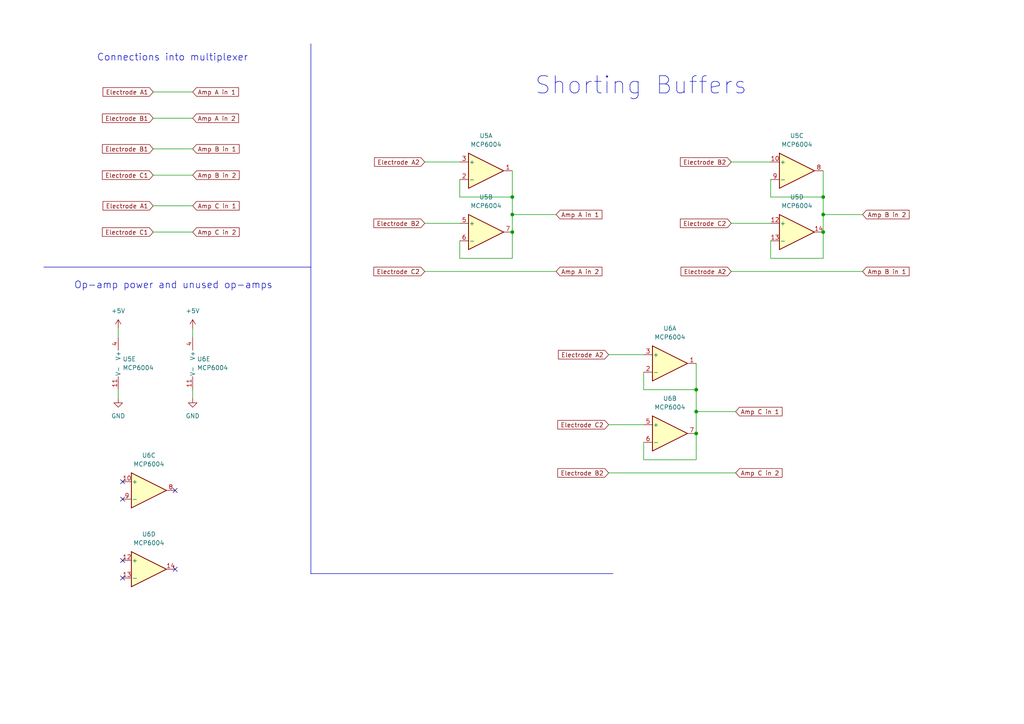
<source format=kicad_sch>
(kicad_sch (version 20231120) (generator "eeschema") (generator_version "8.0")
  (paper "A4")
  (lib_symbols
    (symbol "Amplifier_Operational:MCP6004" (pin_names (offset 0.127))
      (property "Reference" "U" (at 0 5.08 0))
      (property "Value" "MCP6004" (at 0 -5.08 0))
      (symbol "MCP6004_1_1"
        (polyline (pts (xy -5.08 5.08) (xy 5.08 0) (xy -5.08 -5.08) (xy -5.08 5.08)) (stroke (width 0.254)) (fill (type background)))
        (pin output line (at 7.62 0 180) (length 2.54) (name "~") (number "1"))
        (pin input line (at -7.62 -2.54 0) (length 2.54) (name "-") (number "2"))
        (pin input line (at -7.62 2.54 0) (length 2.54) (name "+") (number "3"))
      )
      (symbol "MCP6004_2_1"
        (polyline (pts (xy -5.08 5.08) (xy 5.08 0) (xy -5.08 -5.08) (xy -5.08 5.08)) (stroke (width 0.254)) (fill (type background)))
        (pin input line (at -7.62 2.54 0) (length 2.54) (name "+") (number "5"))
        (pin input line (at -7.62 -2.54 0) (length 2.54) (name "-") (number "6"))
        (pin output line (at 7.62 0 180) (length 2.54) (name "~") (number "7"))
      )
      (symbol "MCP6004_3_1"
        (polyline (pts (xy -5.08 5.08) (xy 5.08 0) (xy -5.08 -5.08) (xy -5.08 5.08)) (stroke (width 0.254)) (fill (type background)))
        (pin input line (at -7.62 2.54 0) (length 2.54) (name "+") (number "10"))
        (pin output line (at 7.62 0 180) (length 2.54) (name "~") (number "8"))
        (pin input line (at -7.62 -2.54 0) (length 2.54) (name "-") (number "9"))
      )
      (symbol "MCP6004_4_1"
        (polyline (pts (xy -5.08 5.08) (xy 5.08 0) (xy -5.08 -5.08) (xy -5.08 5.08)) (stroke (width 0.254)) (fill (type background)))
        (pin input line (at -7.62 2.54 0) (length 2.54) (name "+") (number "12"))
        (pin input line (at -7.62 -2.54 0) (length 2.54) (name "-") (number "13"))
        (pin output line (at 7.62 0 180) (length 2.54) (name "~") (number "14"))
      )
      (symbol "MCP6004_5_1"
        (pin power_in line (at -2.54 -7.62 90) (length 3.81) (name "V-") (number "11"))
        (pin power_in line (at -2.54 7.62 270) (length 3.81) (name "V+") (number "4"))
      )
    )
    (symbol "power:+5V" (power) (pin_numbers hide) (pin_names (offset 0) hide)
      (property "Value" "+5V" (at 0 3.556 0))
      (symbol "+5V_0_1"
        (polyline (pts (xy -0.762 1.27) (xy 0 2.54)))
        (polyline (pts (xy 0 0) (xy 0 2.54)))
        (polyline (pts (xy 0 2.54) (xy 0.762 1.27)))
      )
      (symbol "+5V_1_1"
        (pin power_in line (at 0 0 90) (length 0) (name "~") (number "1"))
      )
    )
    (symbol "power:GND" (power) (pin_numbers hide) (pin_names (offset 0) hide)
      (property "Value" "GND" (at 0 -3.81 0))
      (symbol "GND_0_1"
        (polyline (pts (xy 0 0) (xy 0 -1.27) (xy 1.27 -1.27) (xy 0 -2.54) (xy -1.27 -1.27) (xy 0 -1.27)))
      )
      (symbol "GND_1_1"
        (pin power_in line (at 0 0 270) (length 0) (name "~") (number "1"))
      )
    )
  )
  (junction (at 201.93 125.73))
  (junction (at 148.59 62.23))
  (junction (at 148.59 57.15))
  (junction (at 238.76 62.23))
  (junction (at 238.76 67.31))
  (junction (at 201.93 119.38))
  (junction (at 201.93 113.03))
  (junction (at 148.59 67.31))
  (junction (at 238.76 57.15))
  (no_connect (at 35.56 167.64))
  (no_connect (at 35.56 162.56))
  (no_connect (at 35.56 139.7))
  (no_connect (at 35.56 144.78))
  (no_connect (at 50.8 165.1))
  (no_connect (at 50.8 142.24))
  (wire (pts (xy 133.35 74.93) (xy 148.59 74.93)))
  (wire (pts (xy 133.35 69.85) (xy 133.35 74.93)))
  (wire (pts (xy 55.88 95.25) (xy 55.88 97.79)))
  (wire (pts (xy 148.59 62.23) (xy 148.59 67.31)))
  (wire (pts (xy 223.52 74.93) (xy 238.76 74.93)))
  (wire (pts (xy 238.76 57.15) (xy 238.76 62.23)))
  (wire (pts (xy 238.76 74.93) (xy 238.76 67.31)))
  (wire (pts (xy 186.69 113.03) (xy 201.93 113.03)))
  (wire (pts (xy 186.69 133.35) (xy 201.93 133.35)))
  (wire (pts (xy 238.76 62.23) (xy 238.76 67.31)))
  (wire (pts (xy 44.45 67.31) (xy 55.88 67.31)))
  (wire (pts (xy 148.59 57.15) (xy 148.59 49.53)))
  (wire (pts (xy 186.69 107.95) (xy 186.69 113.03)))
  (wire (pts (xy 213.36 119.38) (xy 201.93 119.38)))
  (wire (pts (xy 201.93 113.03) (xy 201.93 119.38)))
  (wire (pts (xy 212.09 78.74) (xy 250.19 78.74)))
  (wire (pts (xy 34.29 113.03) (xy 34.29 115.57)))
  (wire (pts (xy 133.35 52.07) (xy 133.35 57.15)))
  (wire (pts (xy 201.93 113.03) (xy 201.93 105.41)))
  (wire (pts (xy 212.09 46.99) (xy 223.52 46.99)))
  (wire (pts (xy 176.53 102.87) (xy 186.69 102.87)))
  (wire (pts (xy 44.45 43.18) (xy 55.88 43.18)))
  (wire (pts (xy 223.52 69.85) (xy 223.52 74.93)))
  (polyline (pts (xy 90.17 12.7) (xy 90.17 77.47)))
  (wire (pts (xy 123.19 64.77) (xy 133.35 64.77)))
  (polyline (pts (xy 90.17 166.37) (xy 177.8 166.37)))
  (wire (pts (xy 223.52 52.07) (xy 223.52 57.15)))
  (wire (pts (xy 148.59 57.15) (xy 148.59 62.23)))
  (polyline (pts (xy 90.17 77.47) (xy 90.17 166.37)))
  (wire (pts (xy 201.93 133.35) (xy 201.93 125.73)))
  (wire (pts (xy 223.52 57.15) (xy 238.76 57.15)))
  (wire (pts (xy 186.69 128.27) (xy 186.69 133.35)))
  (wire (pts (xy 123.19 46.99) (xy 133.35 46.99)))
  (wire (pts (xy 176.53 137.16) (xy 213.36 137.16)))
  (wire (pts (xy 148.59 62.23) (xy 161.29 62.23)))
  (wire (pts (xy 250.19 62.23) (xy 238.76 62.23)))
  (polyline (pts (xy 12.7 77.47) (xy 90.17 77.47)))
  (wire (pts (xy 238.76 57.15) (xy 238.76 49.53)))
  (wire (pts (xy 148.59 74.93) (xy 148.59 67.31)))
  (wire (pts (xy 133.35 57.15) (xy 148.59 57.15)))
  (wire (pts (xy 44.45 50.8) (xy 55.88 50.8)))
  (wire (pts (xy 176.53 123.19) (xy 186.69 123.19)))
  (wire (pts (xy 44.45 59.69) (xy 55.88 59.69)))
  (wire (pts (xy 55.88 113.03) (xy 55.88 115.57)))
  (wire (pts (xy 201.93 119.38) (xy 201.93 125.73)))
  (wire (pts (xy 44.45 34.29) (xy 55.88 34.29)))
  (wire (pts (xy 123.19 78.74) (xy 161.29 78.74)))
  (wire (pts (xy 34.29 95.25) (xy 34.29 97.79)))
  (wire (pts (xy 212.09 64.77) (xy 223.52 64.77)))
  (wire (pts (xy 44.45 26.67) (xy 55.88 26.67)))
  (text "Connections into multiplexer" (at 50.038 16.764 0) (effects (font (size 2 2))))
  (text "Shorting Buffers" (at 185.928 24.892 0) (effects (font (size 5 5))))
  (text "Op-amp power and unused op-amps" (at 50.292 82.804 0) (effects (font (size 2 2))))
  (global_label "Electrode B1" (shape input) (at 44.45 34.29 180) (property "Intersheetrefs" "${INTERSHEET_REFS}" (effects (hide yes))))
  (global_label "Electrode B2" (shape input) (at 176.53 137.16 180) (property "Intersheetrefs" "${INTERSHEET_REFS}" (effects (hide yes))))
  (global_label "Electrode A1" (shape input) (at 44.45 26.67 180) (property "Intersheetrefs" "${INTERSHEET_REFS}" (effects (hide yes))))
  (global_label "Electrode C1" (shape input) (at 44.45 50.8 180) (property "Intersheetrefs" "${INTERSHEET_REFS}" (effects (hide yes))))
  (global_label "Electrode B2" (shape input) (at 123.19 64.77 180) (property "Intersheetrefs" "${INTERSHEET_REFS}" (effects (hide yes))))
  (global_label "Amp B in 1" (shape input) (at 250.19 78.74 0) (property "Intersheetrefs" "${INTERSHEET_REFS}" (effects (hide yes))))
  (global_label "Electrode A2" (shape input) (at 212.09 78.74 180) (property "Intersheetrefs" "${INTERSHEET_REFS}" (effects (hide yes))))
  (global_label "Electrode C2" (shape input) (at 212.09 64.77 180) (property "Intersheetrefs" "${INTERSHEET_REFS}" (effects (hide yes))))
  (global_label "Electrode A2" (shape input) (at 176.53 102.87 180) (property "Intersheetrefs" "${INTERSHEET_REFS}" (effects (hide yes))))
  (global_label "Amp B in 2" (shape input) (at 250.19 62.23 0) (property "Intersheetrefs" "${INTERSHEET_REFS}" (effects (hide yes))))
  (global_label "Electrode B2" (shape input) (at 212.09 46.99 180) (property "Intersheetrefs" "${INTERSHEET_REFS}" (effects (hide yes))))
  (global_label "Electrode A2" (shape input) (at 123.19 46.99 180) (property "Intersheetrefs" "${INTERSHEET_REFS}" (effects (hide yes))))
  (global_label "Electrode C2" (shape input) (at 176.53 123.19 180) (property "Intersheetrefs" "${INTERSHEET_REFS}" (effects (hide yes))))
  (global_label "Amp B in 1" (shape input) (at 55.88 43.18 0) (property "Intersheetrefs" "${INTERSHEET_REFS}" (effects (hide yes))))
  (global_label "Amp A in 1" (shape input) (at 55.88 26.67 0) (property "Intersheetrefs" "${INTERSHEET_REFS}" (effects (hide yes))))
  (global_label "Amp C in 1" (shape input) (at 55.88 59.69 0) (property "Intersheetrefs" "${INTERSHEET_REFS}" (effects (hide yes))))
  (global_label "Amp A in 2" (shape input) (at 161.29 78.74 0) (property "Intersheetrefs" "${INTERSHEET_REFS}" (effects (hide yes))))
  (global_label "Amp C in 2" (shape input) (at 213.36 137.16 0) (property "Intersheetrefs" "${INTERSHEET_REFS}" (effects (hide yes))))
  (global_label "Amp A in 2" (shape input) (at 55.88 34.29 0) (property "Intersheetrefs" "${INTERSHEET_REFS}" (effects (hide yes))))
  (global_label "Amp A in 1" (shape input) (at 161.29 62.23 0) (property "Intersheetrefs" "${INTERSHEET_REFS}" (effects (hide yes))))
  (global_label "Amp C in 1" (shape input) (at 213.36 119.38 0) (property "Intersheetrefs" "${INTERSHEET_REFS}" (effects (hide yes))))
  (global_label "Electrode A1" (shape input) (at 44.45 59.69 180) (property "Intersheetrefs" "${INTERSHEET_REFS}" (effects (hide yes))))
  (global_label "Electrode B1" (shape input) (at 44.45 43.18 180) (property "Intersheetrefs" "${INTERSHEET_REFS}" (effects (hide yes))))
  (global_label "Electrode C2" (shape input) (at 123.19 78.74 180) (property "Intersheetrefs" "${INTERSHEET_REFS}" (effects (hide yes))))
  (global_label "Amp C in 2" (shape input) (at 55.88 67.31 0) (property "Intersheetrefs" "${INTERSHEET_REFS}" (effects (hide yes))))
  (global_label "Electrode C1" (shape input) (at 44.45 67.31 180) (property "Intersheetrefs" "${INTERSHEET_REFS}" (effects (hide yes))))
  (global_label "Amp B in 2" (shape input) (at 55.88 50.8 0) (property "Intersheetrefs" "${INTERSHEET_REFS}" (effects (hide yes))))
  (symbol (lib_id "Amplifier_Operational:MCP6004") (at 43.18 165.1 0) (unit 4)
    (property "Reference" "U6" (at 43.18 154.94 0))
    (property "Value" "MCP6004" (at 43.18 157.48 0))
    (property "Datasheet" "http://ww1.microchip.com/downloads/en/DeviceDoc/21733j.pdf" (effects (hide yes)))
    (property "Description" "1MHz, Low-Power Op Amp, DIP-14/SOIC-14/TSSOP-14" (effects (hide yes)))
  )
  (symbol (lib_id "Amplifier_Operational:MCP6004") (at 194.31 125.73 0) (unit 2)
    (property "Reference" "U6" (at 194.31 115.57 0))
    (property "Value" "MCP6004" (at 194.31 118.11 0))
    (property "Datasheet" "http://ww1.microchip.com/downloads/en/DeviceDoc/21733j.pdf" (effects (hide yes)))
    (property "Description" "1MHz, Low-Power Op Amp, DIP-14/SOIC-14/TSSOP-14" (effects (hide yes)))
  )
  (symbol (lib_id "Amplifier_Operational:MCP6004") (at 58.42 105.41 0) (unit 5)
    (property "Reference" "U6" (at 57.15 104.1399 0) (effects (justify left)))
    (property "Value" "MCP6004" (at 57.15 106.6799 0) (effects (justify left)))
    (property "Datasheet" "http://ww1.microchip.com/downloads/en/DeviceDoc/21733j.pdf" (effects (hide yes)))
    (property "Description" "1MHz, Low-Power Op Amp, DIP-14/SOIC-14/TSSOP-14" (effects (hide yes)))
  )
  (symbol (lib_id "Amplifier_Operational:MCP6004") (at 194.31 105.41 0) (unit 1)
    (property "Reference" "U6" (at 194.31 95.25 0))
    (property "Value" "MCP6004" (at 194.31 97.79 0))
    (property "Datasheet" "http://ww1.microchip.com/downloads/en/DeviceDoc/21733j.pdf" (effects (hide yes)))
    (property "Description" "1MHz, Low-Power Op Amp, DIP-14/SOIC-14/TSSOP-14" (effects (hide yes)))
  )
  (symbol (lib_id "power:+5V") (at 55.88 95.25 0) (unit 1)
    (property "Reference" "#PWR022" (effects (hide yes)))
    (property "Value" "+5V" (at 55.88 90.17 0))
    (property "Description" "Power symbol creates a global label with name \"+5V\"" (effects (hide yes)))
  )
  (symbol (lib_id "Amplifier_Operational:MCP6004") (at 36.83 105.41 0) (unit 5)
    (property "Reference" "U5" (at 35.56 104.1399 0) (effects (justify left)))
    (property "Value" "MCP6004" (at 35.56 106.6799 0) (effects (justify left)))
    (property "Datasheet" "http://ww1.microchip.com/downloads/en/DeviceDoc/21733j.pdf" (effects (hide yes)))
    (property "Description" "1MHz, Low-Power Op Amp, DIP-14/SOIC-14/TSSOP-14" (effects (hide yes)))
  )
  (symbol (lib_id "Amplifier_Operational:MCP6004") (at 231.14 67.31 0) (unit 4)
    (property "Reference" "U5" (at 231.14 57.15 0))
    (property "Value" "MCP6004" (at 231.14 59.69 0))
    (property "Datasheet" "http://ww1.microchip.com/downloads/en/DeviceDoc/21733j.pdf" (effects (hide yes)))
    (property "Description" "1MHz, Low-Power Op Amp, DIP-14/SOIC-14/TSSOP-14" (effects (hide yes)))
  )
  (symbol (lib_id "Amplifier_Operational:MCP6004") (at 140.97 67.31 0) (unit 2)
    (property "Reference" "U5" (at 140.97 57.15 0))
    (property "Value" "MCP6004" (at 140.97 59.69 0))
    (property "Datasheet" "http://ww1.microchip.com/downloads/en/DeviceDoc/21733j.pdf" (effects (hide yes)))
    (property "Description" "1MHz, Low-Power Op Amp, DIP-14/SOIC-14/TSSOP-14" (effects (hide yes)))
  )
  (symbol (lib_id "Amplifier_Operational:MCP6004") (at 140.97 49.53 0) (unit 1)
    (property "Reference" "U5" (at 140.97 39.37 0))
    (property "Value" "MCP6004" (at 140.97 41.91 0))
    (property "Datasheet" "http://ww1.microchip.com/downloads/en/DeviceDoc/21733j.pdf" (effects (hide yes)))
    (property "Description" "1MHz, Low-Power Op Amp, DIP-14/SOIC-14/TSSOP-14" (effects (hide yes)))
  )
  (symbol (lib_id "power:+5V") (at 34.29 95.25 0) (unit 1)
    (property "Reference" "#PWR020" (effects (hide yes)))
    (property "Value" "+5V" (at 34.29 90.17 0))
    (property "Description" "Power symbol creates a global label with name \"+5V\"" (effects (hide yes)))
  )
  (symbol (lib_id "power:GND") (at 34.29 115.57 0) (unit 1)
    (property "Reference" "#PWR021" (effects (hide yes)))
    (property "Value" "GND" (at 34.29 120.65 0))
    (property "Description" "Power symbol creates a global label with name \"GND\" , ground" (effects (hide yes)))
  )
  (symbol (lib_id "Amplifier_Operational:MCP6004") (at 43.18 142.24 0) (unit 3)
    (property "Reference" "U6" (at 43.18 132.08 0))
    (property "Value" "MCP6004" (at 43.18 134.62 0))
    (property "Datasheet" "http://ww1.microchip.com/downloads/en/DeviceDoc/21733j.pdf" (effects (hide yes)))
    (property "Description" "1MHz, Low-Power Op Amp, DIP-14/SOIC-14/TSSOP-14" (effects (hide yes)))
  )
  (symbol (lib_id "power:GND") (at 55.88 115.57 0) (unit 1)
    (property "Reference" "#PWR023" (effects (hide yes)))
    (property "Value" "GND" (at 55.88 120.65 0))
    (property "Description" "Power symbol creates a global label with name \"GND\" , ground" (effects (hide yes)))
  )
  (symbol (lib_id "Amplifier_Operational:MCP6004") (at 231.14 49.53 0) (unit 3)
    (property "Reference" "U5" (at 231.14 39.37 0))
    (property "Value" "MCP6004" (at 231.14 41.91 0))
    (property "Datasheet" "http://ww1.microchip.com/downloads/en/DeviceDoc/21733j.pdf" (effects (hide yes)))
    (property "Description" "1MHz, Low-Power Op Amp, DIP-14/SOIC-14/TSSOP-14" (effects (hide yes)))
  )
)
</source>
